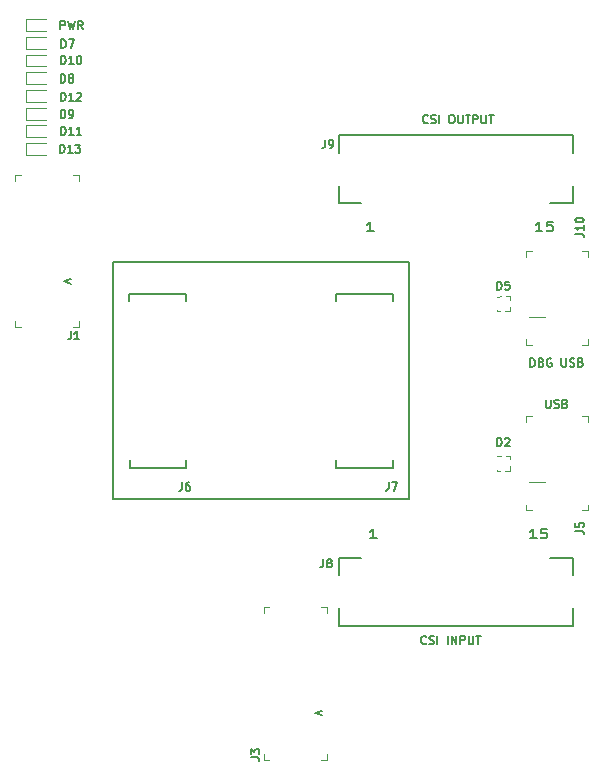
<source format=gbr>
G04 #@! TF.GenerationSoftware,KiCad,Pcbnew,5.1.4+dfsg1-1~bpo9+1*
G04 #@! TF.CreationDate,2019-11-28T12:10:45+01:00*
G04 #@! TF.ProjectId,zglue-demo-board,7a676c75-652d-4646-956d-6f2d626f6172,rev?*
G04 #@! TF.SameCoordinates,Original*
G04 #@! TF.FileFunction,Legend,Top*
G04 #@! TF.FilePolarity,Positive*
%FSLAX46Y46*%
G04 Gerber Fmt 4.6, Leading zero omitted, Abs format (unit mm)*
G04 Created by KiCad (PCBNEW 5.1.4+dfsg1-1~bpo9+1) date 2019-11-28 12:10:45*
%MOMM*%
%LPD*%
G04 APERTURE LIST*
%ADD10C,0.150000*%
%ADD11C,0.200000*%
%ADD12C,0.120000*%
%ADD13C,0.100000*%
G04 APERTURE END LIST*
D10*
X39666666Y-54645000D02*
X39133333Y-54845000D01*
X39666666Y-55045000D01*
X60916666Y-91190000D02*
X60383333Y-91390000D01*
X60916666Y-91590000D01*
X79916666Y-64866666D02*
X79916666Y-65433333D01*
X79950000Y-65500000D01*
X79983333Y-65533333D01*
X80050000Y-65566666D01*
X80183333Y-65566666D01*
X80250000Y-65533333D01*
X80283333Y-65500000D01*
X80316666Y-65433333D01*
X80316666Y-64866666D01*
X80616666Y-65533333D02*
X80716666Y-65566666D01*
X80883333Y-65566666D01*
X80950000Y-65533333D01*
X80983333Y-65500000D01*
X81016666Y-65433333D01*
X81016666Y-65366666D01*
X80983333Y-65300000D01*
X80950000Y-65266666D01*
X80883333Y-65233333D01*
X80750000Y-65200000D01*
X80683333Y-65166666D01*
X80650000Y-65133333D01*
X80616666Y-65066666D01*
X80616666Y-65000000D01*
X80650000Y-64933333D01*
X80683333Y-64900000D01*
X80750000Y-64866666D01*
X80916666Y-64866666D01*
X81016666Y-64900000D01*
X81550000Y-65200000D02*
X81650000Y-65233333D01*
X81683333Y-65266666D01*
X81716666Y-65333333D01*
X81716666Y-65433333D01*
X81683333Y-65500000D01*
X81650000Y-65533333D01*
X81583333Y-65566666D01*
X81316666Y-65566666D01*
X81316666Y-64866666D01*
X81550000Y-64866666D01*
X81616666Y-64900000D01*
X81650000Y-64933333D01*
X81683333Y-65000000D01*
X81683333Y-65066666D01*
X81650000Y-65133333D01*
X81616666Y-65166666D01*
X81550000Y-65200000D01*
X81316666Y-65200000D01*
X78600000Y-62066666D02*
X78600000Y-61366666D01*
X78766666Y-61366666D01*
X78866666Y-61400000D01*
X78933333Y-61466666D01*
X78966666Y-61533333D01*
X79000000Y-61666666D01*
X79000000Y-61766666D01*
X78966666Y-61900000D01*
X78933333Y-61966666D01*
X78866666Y-62033333D01*
X78766666Y-62066666D01*
X78600000Y-62066666D01*
X79533333Y-61700000D02*
X79633333Y-61733333D01*
X79666666Y-61766666D01*
X79700000Y-61833333D01*
X79700000Y-61933333D01*
X79666666Y-62000000D01*
X79633333Y-62033333D01*
X79566666Y-62066666D01*
X79300000Y-62066666D01*
X79300000Y-61366666D01*
X79533333Y-61366666D01*
X79600000Y-61400000D01*
X79633333Y-61433333D01*
X79666666Y-61500000D01*
X79666666Y-61566666D01*
X79633333Y-61633333D01*
X79600000Y-61666666D01*
X79533333Y-61700000D01*
X79300000Y-61700000D01*
X80366666Y-61400000D02*
X80300000Y-61366666D01*
X80200000Y-61366666D01*
X80100000Y-61400000D01*
X80033333Y-61466666D01*
X80000000Y-61533333D01*
X79966666Y-61666666D01*
X79966666Y-61766666D01*
X80000000Y-61900000D01*
X80033333Y-61966666D01*
X80100000Y-62033333D01*
X80200000Y-62066666D01*
X80266666Y-62066666D01*
X80366666Y-62033333D01*
X80400000Y-62000000D01*
X80400000Y-61766666D01*
X80266666Y-61766666D01*
X81233333Y-61366666D02*
X81233333Y-61933333D01*
X81266666Y-62000000D01*
X81300000Y-62033333D01*
X81366666Y-62066666D01*
X81500000Y-62066666D01*
X81566666Y-62033333D01*
X81600000Y-62000000D01*
X81633333Y-61933333D01*
X81633333Y-61366666D01*
X81933333Y-62033333D02*
X82033333Y-62066666D01*
X82200000Y-62066666D01*
X82266666Y-62033333D01*
X82300000Y-62000000D01*
X82333333Y-61933333D01*
X82333333Y-61866666D01*
X82300000Y-61800000D01*
X82266666Y-61766666D01*
X82200000Y-61733333D01*
X82066666Y-61700000D01*
X82000000Y-61666666D01*
X81966666Y-61633333D01*
X81933333Y-61566666D01*
X81933333Y-61500000D01*
X81966666Y-61433333D01*
X82000000Y-61400000D01*
X82066666Y-61366666D01*
X82233333Y-61366666D01*
X82333333Y-61400000D01*
X82866666Y-61700000D02*
X82966666Y-61733333D01*
X83000000Y-61766666D01*
X83033333Y-61833333D01*
X83033333Y-61933333D01*
X83000000Y-62000000D01*
X82966666Y-62033333D01*
X82900000Y-62066666D01*
X82633333Y-62066666D01*
X82633333Y-61366666D01*
X82866666Y-61366666D01*
X82933333Y-61400000D01*
X82966666Y-61433333D01*
X83000000Y-61500000D01*
X83000000Y-61566666D01*
X82966666Y-61633333D01*
X82933333Y-61666666D01*
X82866666Y-61700000D01*
X82633333Y-61700000D01*
X69916666Y-41400000D02*
X69883333Y-41433333D01*
X69783333Y-41466666D01*
X69716666Y-41466666D01*
X69616666Y-41433333D01*
X69550000Y-41366666D01*
X69516666Y-41300000D01*
X69483333Y-41166666D01*
X69483333Y-41066666D01*
X69516666Y-40933333D01*
X69550000Y-40866666D01*
X69616666Y-40800000D01*
X69716666Y-40766666D01*
X69783333Y-40766666D01*
X69883333Y-40800000D01*
X69916666Y-40833333D01*
X70183333Y-41433333D02*
X70283333Y-41466666D01*
X70450000Y-41466666D01*
X70516666Y-41433333D01*
X70550000Y-41400000D01*
X70583333Y-41333333D01*
X70583333Y-41266666D01*
X70550000Y-41200000D01*
X70516666Y-41166666D01*
X70450000Y-41133333D01*
X70316666Y-41100000D01*
X70250000Y-41066666D01*
X70216666Y-41033333D01*
X70183333Y-40966666D01*
X70183333Y-40900000D01*
X70216666Y-40833333D01*
X70250000Y-40800000D01*
X70316666Y-40766666D01*
X70483333Y-40766666D01*
X70583333Y-40800000D01*
X70883333Y-41466666D02*
X70883333Y-40766666D01*
X71883333Y-40766666D02*
X72016666Y-40766666D01*
X72083333Y-40800000D01*
X72150000Y-40866666D01*
X72183333Y-41000000D01*
X72183333Y-41233333D01*
X72150000Y-41366666D01*
X72083333Y-41433333D01*
X72016666Y-41466666D01*
X71883333Y-41466666D01*
X71816666Y-41433333D01*
X71750000Y-41366666D01*
X71716666Y-41233333D01*
X71716666Y-41000000D01*
X71750000Y-40866666D01*
X71816666Y-40800000D01*
X71883333Y-40766666D01*
X72483333Y-40766666D02*
X72483333Y-41333333D01*
X72516666Y-41400000D01*
X72550000Y-41433333D01*
X72616666Y-41466666D01*
X72750000Y-41466666D01*
X72816666Y-41433333D01*
X72850000Y-41400000D01*
X72883333Y-41333333D01*
X72883333Y-40766666D01*
X73116666Y-40766666D02*
X73516666Y-40766666D01*
X73316666Y-41466666D02*
X73316666Y-40766666D01*
X73750000Y-41466666D02*
X73750000Y-40766666D01*
X74016666Y-40766666D01*
X74083333Y-40800000D01*
X74116666Y-40833333D01*
X74150000Y-40900000D01*
X74150000Y-41000000D01*
X74116666Y-41066666D01*
X74083333Y-41100000D01*
X74016666Y-41133333D01*
X73750000Y-41133333D01*
X74450000Y-40766666D02*
X74450000Y-41333333D01*
X74483333Y-41400000D01*
X74516666Y-41433333D01*
X74583333Y-41466666D01*
X74716666Y-41466666D01*
X74783333Y-41433333D01*
X74816666Y-41400000D01*
X74850000Y-41333333D01*
X74850000Y-40766666D01*
X75083333Y-40766666D02*
X75483333Y-40766666D01*
X75283333Y-41466666D02*
X75283333Y-40766666D01*
X69766666Y-85500000D02*
X69733333Y-85533333D01*
X69633333Y-85566666D01*
X69566666Y-85566666D01*
X69466666Y-85533333D01*
X69399999Y-85466666D01*
X69366666Y-85400000D01*
X69333333Y-85266666D01*
X69333333Y-85166666D01*
X69366666Y-85033333D01*
X69399999Y-84966666D01*
X69466666Y-84900000D01*
X69566666Y-84866666D01*
X69633333Y-84866666D01*
X69733333Y-84900000D01*
X69766666Y-84933333D01*
X70033333Y-85533333D02*
X70133333Y-85566666D01*
X70299999Y-85566666D01*
X70366666Y-85533333D01*
X70399999Y-85500000D01*
X70433333Y-85433333D01*
X70433333Y-85366666D01*
X70399999Y-85300000D01*
X70366666Y-85266666D01*
X70299999Y-85233333D01*
X70166666Y-85200000D01*
X70099999Y-85166666D01*
X70066666Y-85133333D01*
X70033333Y-85066666D01*
X70033333Y-85000000D01*
X70066666Y-84933333D01*
X70099999Y-84900000D01*
X70166666Y-84866666D01*
X70333333Y-84866666D01*
X70433333Y-84900000D01*
X70733333Y-85566666D02*
X70733333Y-84866666D01*
X71599999Y-85566666D02*
X71599999Y-84866666D01*
X71933333Y-85566666D02*
X71933333Y-84866666D01*
X72333333Y-85566666D01*
X72333333Y-84866666D01*
X72666666Y-85566666D02*
X72666666Y-84866666D01*
X72933333Y-84866666D01*
X72999999Y-84900000D01*
X73033333Y-84933333D01*
X73066666Y-85000000D01*
X73066666Y-85100000D01*
X73033333Y-85166666D01*
X72999999Y-85200000D01*
X72933333Y-85233333D01*
X72666666Y-85233333D01*
X73366666Y-84866666D02*
X73366666Y-85433333D01*
X73399999Y-85500000D01*
X73433333Y-85533333D01*
X73499999Y-85566666D01*
X73633333Y-85566666D01*
X73699999Y-85533333D01*
X73733333Y-85500000D01*
X73766666Y-85433333D01*
X73766666Y-84866666D01*
X73999999Y-84866666D02*
X74399999Y-84866666D01*
X74199999Y-85566666D02*
X74199999Y-84866666D01*
D11*
X68300000Y-53250000D02*
X68300000Y-73250000D01*
X43300000Y-53250000D02*
X43300000Y-73250000D01*
X43300000Y-73250000D02*
X68300000Y-73250000D01*
X43300000Y-53250000D02*
X68300000Y-53250000D01*
D12*
X35900000Y-39650000D02*
X37600000Y-39650000D01*
X35900000Y-38850000D02*
X35900000Y-39650000D01*
X35900000Y-38650000D02*
X35900000Y-38850000D01*
X36000000Y-38650000D02*
X35900000Y-38650000D01*
X36100000Y-38650000D02*
X36000000Y-38650000D01*
X36100000Y-38650000D02*
X37600000Y-38650000D01*
D13*
X56010000Y-82450000D02*
X56010000Y-82950000D01*
X56010000Y-82450000D02*
X56510000Y-82450000D01*
X56010000Y-95350000D02*
X56010000Y-94850000D01*
X56010000Y-95350000D02*
X56510000Y-95350000D01*
X61410000Y-95350000D02*
X61410000Y-94850000D01*
X61410000Y-95350000D02*
X60910000Y-95350000D01*
X61410000Y-82450000D02*
X61410000Y-82950000D01*
X61410000Y-82450000D02*
X60910000Y-82450000D01*
X34960000Y-45820000D02*
X34960000Y-46320000D01*
X34960000Y-45820000D02*
X35460000Y-45820000D01*
X34960000Y-58720000D02*
X34960000Y-58220000D01*
X34960000Y-58720000D02*
X35460000Y-58720000D01*
X40360000Y-58720000D02*
X40360000Y-58220000D01*
X40360000Y-58720000D02*
X39860000Y-58720000D01*
X40360000Y-45820000D02*
X40360000Y-46320000D01*
X40360000Y-45820000D02*
X39860000Y-45820000D01*
D10*
X80300000Y-48250000D02*
X82175000Y-48250000D01*
X64300000Y-48250000D02*
X62425000Y-48250000D01*
X82175000Y-48250000D02*
X82175000Y-46750000D01*
X62425000Y-48250000D02*
X62425000Y-46750000D01*
X82175000Y-42450000D02*
X62425000Y-42450000D01*
X82175000Y-44000000D02*
X82175000Y-42450000D01*
X62425000Y-44000000D02*
X62425000Y-42450000D01*
D12*
X36100000Y-40150000D02*
X37600000Y-40150000D01*
X36100000Y-40150000D02*
X36000000Y-40150000D01*
X36000000Y-40150000D02*
X35900000Y-40150000D01*
X35900000Y-40150000D02*
X35900000Y-40350000D01*
X35900000Y-40350000D02*
X35900000Y-41150000D01*
X35900000Y-41150000D02*
X37600000Y-41150000D01*
X36100000Y-43150000D02*
X37600000Y-43150000D01*
X36100000Y-43150000D02*
X36000000Y-43150000D01*
X36000000Y-43150000D02*
X35900000Y-43150000D01*
X35900000Y-43150000D02*
X35900000Y-43350000D01*
X35900000Y-43350000D02*
X35900000Y-44150000D01*
X35900000Y-44150000D02*
X37600000Y-44150000D01*
X35900000Y-36650000D02*
X37600000Y-36650000D01*
X35900000Y-35850000D02*
X35900000Y-36650000D01*
X35900000Y-35650000D02*
X35900000Y-35850000D01*
X36000000Y-35650000D02*
X35900000Y-35650000D01*
X36100000Y-35650000D02*
X36000000Y-35650000D01*
X36100000Y-35650000D02*
X37600000Y-35650000D01*
X36100000Y-37150000D02*
X37600000Y-37150000D01*
X36100000Y-37150000D02*
X36000000Y-37150000D01*
X36000000Y-37150000D02*
X35900000Y-37150000D01*
X35900000Y-37150000D02*
X35900000Y-37350000D01*
X35900000Y-37350000D02*
X35900000Y-38150000D01*
X35900000Y-38150000D02*
X37600000Y-38150000D01*
X35900000Y-35150000D02*
X37600000Y-35150000D01*
X35900000Y-34350000D02*
X35900000Y-35150000D01*
X35900000Y-34150000D02*
X35900000Y-34350000D01*
X36000000Y-34150000D02*
X35900000Y-34150000D01*
X36100000Y-34150000D02*
X36000000Y-34150000D01*
X36100000Y-34150000D02*
X37600000Y-34150000D01*
X36100000Y-41650000D02*
X37600000Y-41650000D01*
X36100000Y-41650000D02*
X36000000Y-41650000D01*
X36000000Y-41650000D02*
X35900000Y-41650000D01*
X35900000Y-41650000D02*
X35900000Y-41850000D01*
X35900000Y-41850000D02*
X35900000Y-42650000D01*
X35900000Y-42650000D02*
X37600000Y-42650000D01*
X36100000Y-32650000D02*
X37600000Y-32650000D01*
X36100000Y-32650000D02*
X36000000Y-32650000D01*
X36000000Y-32650000D02*
X35900000Y-32650000D01*
X35900000Y-32650000D02*
X35900000Y-32850000D01*
X35900000Y-32850000D02*
X35900000Y-33650000D01*
X35900000Y-33650000D02*
X37600000Y-33650000D01*
D10*
X64300000Y-78250000D02*
X62425000Y-78250000D01*
X80300000Y-78250000D02*
X82175000Y-78250000D01*
X62425000Y-78250000D02*
X62425000Y-79750000D01*
X82175000Y-78250000D02*
X82175000Y-79750000D01*
X62425000Y-84050000D02*
X82175000Y-84050000D01*
X62425000Y-82500000D02*
X62425000Y-84050000D01*
X82175000Y-82500000D02*
X82175000Y-84050000D01*
D13*
X76025000Y-56100000D02*
X76150000Y-56100000D01*
X76025000Y-56100000D02*
X75925000Y-56175000D01*
X75925000Y-56175000D02*
X75775000Y-56175000D01*
X76850000Y-56425000D02*
X76850000Y-56100000D01*
X76850000Y-56100000D02*
X76575000Y-56100000D01*
X76025000Y-57400000D02*
X75750000Y-57400000D01*
X75750000Y-57400000D02*
X75750000Y-57300000D01*
X76850000Y-57000000D02*
X76850000Y-57400000D01*
X76850000Y-57400000D02*
X76475000Y-57400000D01*
D10*
X44657000Y-56524980D02*
X44657000Y-55924980D01*
X44657000Y-55924980D02*
X49457000Y-55924980D01*
X49457000Y-70011380D02*
X49457000Y-70611380D01*
X44667000Y-70614980D02*
X44667000Y-70014980D01*
X49447000Y-70614980D02*
X44667000Y-70614980D01*
X49457000Y-55924980D02*
X49457000Y-56524980D01*
X62157000Y-56524980D02*
X62157000Y-55924980D01*
X62157000Y-55924980D02*
X66957000Y-55924980D01*
X66957000Y-70011380D02*
X66957000Y-70611380D01*
X62167000Y-70614980D02*
X62167000Y-70014980D01*
X66947000Y-70614980D02*
X62167000Y-70614980D01*
X66957000Y-55924980D02*
X66957000Y-56524980D01*
D13*
X76025000Y-69600000D02*
X76150000Y-69600000D01*
X76025000Y-69600000D02*
X75925000Y-69675000D01*
X75925000Y-69675000D02*
X75775000Y-69675000D01*
X76850000Y-69925000D02*
X76850000Y-69600000D01*
X76850000Y-69600000D02*
X76575000Y-69600000D01*
X76025000Y-70900000D02*
X75750000Y-70900000D01*
X75750000Y-70900000D02*
X75750000Y-70800000D01*
X76850000Y-70500000D02*
X76850000Y-70900000D01*
X76850000Y-70900000D02*
X76475000Y-70900000D01*
X78250000Y-74250000D02*
X78750000Y-74250000D01*
X78250000Y-74250000D02*
X78250000Y-73750000D01*
X83500000Y-74250000D02*
X82950000Y-74250000D01*
X83500000Y-74250000D02*
X83500000Y-73750000D01*
X78500000Y-71850000D02*
X79800000Y-71850000D01*
X78250000Y-66250000D02*
X78750000Y-66250000D01*
X78250000Y-66250000D02*
X78250000Y-66750000D01*
X83500000Y-66250000D02*
X83000000Y-66250000D01*
X83500000Y-66250000D02*
X83500000Y-66750000D01*
X83500000Y-52250000D02*
X83500000Y-52750000D01*
X83500000Y-52250000D02*
X83000000Y-52250000D01*
X78250000Y-52250000D02*
X78250000Y-52750000D01*
X78250000Y-52250000D02*
X78750000Y-52250000D01*
X78500000Y-57850000D02*
X79800000Y-57850000D01*
X83500000Y-60250000D02*
X83500000Y-59750000D01*
X83500000Y-60250000D02*
X82950000Y-60250000D01*
X78250000Y-60250000D02*
X78250000Y-59750000D01*
X78250000Y-60250000D02*
X78750000Y-60250000D01*
D10*
X38850000Y-39566666D02*
X38850000Y-38866666D01*
X39016666Y-38866666D01*
X39116666Y-38900000D01*
X39183333Y-38966666D01*
X39216666Y-39033333D01*
X39250000Y-39166666D01*
X39250000Y-39266666D01*
X39216666Y-39400000D01*
X39183333Y-39466666D01*
X39116666Y-39533333D01*
X39016666Y-39566666D01*
X38850000Y-39566666D01*
X39916666Y-39566666D02*
X39516666Y-39566666D01*
X39716666Y-39566666D02*
X39716666Y-38866666D01*
X39650000Y-38966666D01*
X39583333Y-39033333D01*
X39516666Y-39066666D01*
X40183333Y-38933333D02*
X40216666Y-38900000D01*
X40283333Y-38866666D01*
X40450000Y-38866666D01*
X40516666Y-38900000D01*
X40550000Y-38933333D01*
X40583333Y-39000000D01*
X40583333Y-39066666D01*
X40550000Y-39166666D01*
X40150000Y-39566666D01*
X40583333Y-39566666D01*
X54956666Y-95153333D02*
X55456666Y-95153333D01*
X55556666Y-95186666D01*
X55623333Y-95253333D01*
X55656666Y-95353333D01*
X55656666Y-95420000D01*
X54956666Y-94886666D02*
X54956666Y-94453333D01*
X55223333Y-94686666D01*
X55223333Y-94586666D01*
X55256666Y-94520000D01*
X55290000Y-94486666D01*
X55356666Y-94453333D01*
X55523333Y-94453333D01*
X55590000Y-94486666D01*
X55623333Y-94520000D01*
X55656666Y-94586666D01*
X55656666Y-94786666D01*
X55623333Y-94853333D01*
X55590000Y-94886666D01*
X39696666Y-59066666D02*
X39696666Y-59566666D01*
X39663333Y-59666666D01*
X39596666Y-59733333D01*
X39496666Y-59766666D01*
X39430000Y-59766666D01*
X40396666Y-59766666D02*
X39996666Y-59766666D01*
X40196666Y-59766666D02*
X40196666Y-59066666D01*
X40130000Y-59166666D01*
X40063333Y-59233333D01*
X39996666Y-59266666D01*
X61226666Y-42846666D02*
X61226666Y-43346666D01*
X61193333Y-43446666D01*
X61126666Y-43513333D01*
X61026666Y-43546666D01*
X60960000Y-43546666D01*
X61593333Y-43546666D02*
X61726666Y-43546666D01*
X61793333Y-43513333D01*
X61826666Y-43480000D01*
X61893333Y-43380000D01*
X61926666Y-43246666D01*
X61926666Y-42980000D01*
X61893333Y-42913333D01*
X61860000Y-42880000D01*
X61793333Y-42846666D01*
X61660000Y-42846666D01*
X61593333Y-42880000D01*
X61560000Y-42913333D01*
X61526666Y-42980000D01*
X61526666Y-43146666D01*
X61560000Y-43213333D01*
X61593333Y-43246666D01*
X61660000Y-43280000D01*
X61793333Y-43280000D01*
X61860000Y-43246666D01*
X61893333Y-43213333D01*
X61926666Y-43146666D01*
D11*
X65321428Y-50611904D02*
X64778571Y-50611904D01*
X65050000Y-50611904D02*
X65050000Y-49811904D01*
X64959523Y-49926190D01*
X64869047Y-50002380D01*
X64778571Y-50040476D01*
X79619047Y-50611904D02*
X79076190Y-50611904D01*
X79347619Y-50611904D02*
X79347619Y-49811904D01*
X79257142Y-49926190D01*
X79166666Y-50002380D01*
X79076190Y-50040476D01*
X80478571Y-49811904D02*
X80026190Y-49811904D01*
X79980952Y-50192857D01*
X80026190Y-50154761D01*
X80116666Y-50116666D01*
X80342857Y-50116666D01*
X80433333Y-50154761D01*
X80478571Y-50192857D01*
X80523809Y-50269047D01*
X80523809Y-50459523D01*
X80478571Y-50535714D01*
X80433333Y-50573809D01*
X80342857Y-50611904D01*
X80116666Y-50611904D01*
X80026190Y-50573809D01*
X79980952Y-50535714D01*
D10*
X38833333Y-41016666D02*
X38833333Y-40316666D01*
X39000000Y-40316666D01*
X39100000Y-40350000D01*
X39166666Y-40416666D01*
X39200000Y-40483333D01*
X39233333Y-40616666D01*
X39233333Y-40716666D01*
X39200000Y-40850000D01*
X39166666Y-40916666D01*
X39100000Y-40983333D01*
X39000000Y-41016666D01*
X38833333Y-41016666D01*
X39566666Y-41016666D02*
X39700000Y-41016666D01*
X39766666Y-40983333D01*
X39800000Y-40950000D01*
X39866666Y-40850000D01*
X39900000Y-40716666D01*
X39900000Y-40450000D01*
X39866666Y-40383333D01*
X39833333Y-40350000D01*
X39766666Y-40316666D01*
X39633333Y-40316666D01*
X39566666Y-40350000D01*
X39533333Y-40383333D01*
X39500000Y-40450000D01*
X39500000Y-40616666D01*
X39533333Y-40683333D01*
X39566666Y-40716666D01*
X39633333Y-40750000D01*
X39766666Y-40750000D01*
X39833333Y-40716666D01*
X39866666Y-40683333D01*
X39900000Y-40616666D01*
X38770000Y-43966666D02*
X38770000Y-43266666D01*
X38936666Y-43266666D01*
X39036666Y-43300000D01*
X39103333Y-43366666D01*
X39136666Y-43433333D01*
X39170000Y-43566666D01*
X39170000Y-43666666D01*
X39136666Y-43800000D01*
X39103333Y-43866666D01*
X39036666Y-43933333D01*
X38936666Y-43966666D01*
X38770000Y-43966666D01*
X39836666Y-43966666D02*
X39436666Y-43966666D01*
X39636666Y-43966666D02*
X39636666Y-43266666D01*
X39570000Y-43366666D01*
X39503333Y-43433333D01*
X39436666Y-43466666D01*
X40070000Y-43266666D02*
X40503333Y-43266666D01*
X40270000Y-43533333D01*
X40370000Y-43533333D01*
X40436666Y-43566666D01*
X40470000Y-43600000D01*
X40503333Y-43666666D01*
X40503333Y-43833333D01*
X40470000Y-43900000D01*
X40436666Y-43933333D01*
X40370000Y-43966666D01*
X40170000Y-43966666D01*
X40103333Y-43933333D01*
X40070000Y-43900000D01*
X38850000Y-36466666D02*
X38850000Y-35766666D01*
X39016666Y-35766666D01*
X39116666Y-35800000D01*
X39183333Y-35866666D01*
X39216666Y-35933333D01*
X39250000Y-36066666D01*
X39250000Y-36166666D01*
X39216666Y-36300000D01*
X39183333Y-36366666D01*
X39116666Y-36433333D01*
X39016666Y-36466666D01*
X38850000Y-36466666D01*
X39916666Y-36466666D02*
X39516666Y-36466666D01*
X39716666Y-36466666D02*
X39716666Y-35766666D01*
X39650000Y-35866666D01*
X39583333Y-35933333D01*
X39516666Y-35966666D01*
X40350000Y-35766666D02*
X40416666Y-35766666D01*
X40483333Y-35800000D01*
X40516666Y-35833333D01*
X40550000Y-35900000D01*
X40583333Y-36033333D01*
X40583333Y-36200000D01*
X40550000Y-36333333D01*
X40516666Y-36400000D01*
X40483333Y-36433333D01*
X40416666Y-36466666D01*
X40350000Y-36466666D01*
X40283333Y-36433333D01*
X40250000Y-36400000D01*
X40216666Y-36333333D01*
X40183333Y-36200000D01*
X40183333Y-36033333D01*
X40216666Y-35900000D01*
X40250000Y-35833333D01*
X40283333Y-35800000D01*
X40350000Y-35766666D01*
X38833333Y-38016666D02*
X38833333Y-37316666D01*
X39000000Y-37316666D01*
X39100000Y-37350000D01*
X39166666Y-37416666D01*
X39200000Y-37483333D01*
X39233333Y-37616666D01*
X39233333Y-37716666D01*
X39200000Y-37850000D01*
X39166666Y-37916666D01*
X39100000Y-37983333D01*
X39000000Y-38016666D01*
X38833333Y-38016666D01*
X39633333Y-37616666D02*
X39566666Y-37583333D01*
X39533333Y-37550000D01*
X39500000Y-37483333D01*
X39500000Y-37450000D01*
X39533333Y-37383333D01*
X39566666Y-37350000D01*
X39633333Y-37316666D01*
X39766666Y-37316666D01*
X39833333Y-37350000D01*
X39866666Y-37383333D01*
X39900000Y-37450000D01*
X39900000Y-37483333D01*
X39866666Y-37550000D01*
X39833333Y-37583333D01*
X39766666Y-37616666D01*
X39633333Y-37616666D01*
X39566666Y-37650000D01*
X39533333Y-37683333D01*
X39500000Y-37750000D01*
X39500000Y-37883333D01*
X39533333Y-37950000D01*
X39566666Y-37983333D01*
X39633333Y-38016666D01*
X39766666Y-38016666D01*
X39833333Y-37983333D01*
X39866666Y-37950000D01*
X39900000Y-37883333D01*
X39900000Y-37750000D01*
X39866666Y-37683333D01*
X39833333Y-37650000D01*
X39766666Y-37616666D01*
X38883333Y-35066666D02*
X38883333Y-34366666D01*
X39050000Y-34366666D01*
X39150000Y-34400000D01*
X39216666Y-34466666D01*
X39250000Y-34533333D01*
X39283333Y-34666666D01*
X39283333Y-34766666D01*
X39250000Y-34900000D01*
X39216666Y-34966666D01*
X39150000Y-35033333D01*
X39050000Y-35066666D01*
X38883333Y-35066666D01*
X39516666Y-34366666D02*
X39983333Y-34366666D01*
X39683333Y-35066666D01*
X38850000Y-42466666D02*
X38850000Y-41766666D01*
X39016666Y-41766666D01*
X39116666Y-41800000D01*
X39183333Y-41866666D01*
X39216666Y-41933333D01*
X39250000Y-42066666D01*
X39250000Y-42166666D01*
X39216666Y-42300000D01*
X39183333Y-42366666D01*
X39116666Y-42433333D01*
X39016666Y-42466666D01*
X38850000Y-42466666D01*
X39916666Y-42466666D02*
X39516666Y-42466666D01*
X39716666Y-42466666D02*
X39716666Y-41766666D01*
X39650000Y-41866666D01*
X39583333Y-41933333D01*
X39516666Y-41966666D01*
X40583333Y-42466666D02*
X40183333Y-42466666D01*
X40383333Y-42466666D02*
X40383333Y-41766666D01*
X40316666Y-41866666D01*
X40250000Y-41933333D01*
X40183333Y-41966666D01*
X38806666Y-33506666D02*
X38806666Y-32806666D01*
X39073333Y-32806666D01*
X39140000Y-32840000D01*
X39173333Y-32873333D01*
X39206666Y-32940000D01*
X39206666Y-33040000D01*
X39173333Y-33106666D01*
X39140000Y-33140000D01*
X39073333Y-33173333D01*
X38806666Y-33173333D01*
X39440000Y-32806666D02*
X39606666Y-33506666D01*
X39740000Y-33006666D01*
X39873333Y-33506666D01*
X40040000Y-32806666D01*
X40706666Y-33506666D02*
X40473333Y-33173333D01*
X40306666Y-33506666D02*
X40306666Y-32806666D01*
X40573333Y-32806666D01*
X40640000Y-32840000D01*
X40673333Y-32873333D01*
X40706666Y-32940000D01*
X40706666Y-33040000D01*
X40673333Y-33106666D01*
X40640000Y-33140000D01*
X40573333Y-33173333D01*
X40306666Y-33173333D01*
X61066666Y-78366666D02*
X61066666Y-78866666D01*
X61033333Y-78966666D01*
X60966666Y-79033333D01*
X60866666Y-79066666D01*
X60800000Y-79066666D01*
X61500000Y-78666666D02*
X61433333Y-78633333D01*
X61400000Y-78600000D01*
X61366666Y-78533333D01*
X61366666Y-78500000D01*
X61400000Y-78433333D01*
X61433333Y-78400000D01*
X61500000Y-78366666D01*
X61633333Y-78366666D01*
X61700000Y-78400000D01*
X61733333Y-78433333D01*
X61766666Y-78500000D01*
X61766666Y-78533333D01*
X61733333Y-78600000D01*
X61700000Y-78633333D01*
X61633333Y-78666666D01*
X61500000Y-78666666D01*
X61433333Y-78700000D01*
X61400000Y-78733333D01*
X61366666Y-78800000D01*
X61366666Y-78933333D01*
X61400000Y-79000000D01*
X61433333Y-79033333D01*
X61500000Y-79066666D01*
X61633333Y-79066666D01*
X61700000Y-79033333D01*
X61733333Y-79000000D01*
X61766666Y-78933333D01*
X61766666Y-78800000D01*
X61733333Y-78733333D01*
X61700000Y-78700000D01*
X61633333Y-78666666D01*
D11*
X65571428Y-76611904D02*
X65028571Y-76611904D01*
X65300000Y-76611904D02*
X65300000Y-75811904D01*
X65209523Y-75926190D01*
X65119047Y-76002380D01*
X65028571Y-76040476D01*
X79119047Y-76611904D02*
X78576190Y-76611904D01*
X78847619Y-76611904D02*
X78847619Y-75811904D01*
X78757142Y-75926190D01*
X78666666Y-76002380D01*
X78576190Y-76040476D01*
X79978571Y-75811904D02*
X79526190Y-75811904D01*
X79480952Y-76192857D01*
X79526190Y-76154761D01*
X79616666Y-76116666D01*
X79842857Y-76116666D01*
X79933333Y-76154761D01*
X79978571Y-76192857D01*
X80023809Y-76269047D01*
X80023809Y-76459523D01*
X79978571Y-76535714D01*
X79933333Y-76573809D01*
X79842857Y-76611904D01*
X79616666Y-76611904D01*
X79526190Y-76573809D01*
X79480952Y-76535714D01*
D10*
X75783333Y-55566666D02*
X75783333Y-54866666D01*
X75950000Y-54866666D01*
X76050000Y-54900000D01*
X76116666Y-54966666D01*
X76150000Y-55033333D01*
X76183333Y-55166666D01*
X76183333Y-55266666D01*
X76150000Y-55400000D01*
X76116666Y-55466666D01*
X76050000Y-55533333D01*
X75950000Y-55566666D01*
X75783333Y-55566666D01*
X76816666Y-54866666D02*
X76483333Y-54866666D01*
X76450000Y-55200000D01*
X76483333Y-55166666D01*
X76550000Y-55133333D01*
X76716666Y-55133333D01*
X76783333Y-55166666D01*
X76816666Y-55200000D01*
X76850000Y-55266666D01*
X76850000Y-55433333D01*
X76816666Y-55500000D01*
X76783333Y-55533333D01*
X76716666Y-55566666D01*
X76550000Y-55566666D01*
X76483333Y-55533333D01*
X76450000Y-55500000D01*
X49099466Y-71866666D02*
X49099466Y-72366666D01*
X49066133Y-72466666D01*
X48999466Y-72533333D01*
X48899466Y-72566666D01*
X48832800Y-72566666D01*
X49732800Y-71866666D02*
X49599466Y-71866666D01*
X49532800Y-71900000D01*
X49499466Y-71933333D01*
X49432800Y-72033333D01*
X49399466Y-72166666D01*
X49399466Y-72433333D01*
X49432800Y-72500000D01*
X49466133Y-72533333D01*
X49532800Y-72566666D01*
X49666133Y-72566666D01*
X49732800Y-72533333D01*
X49766133Y-72500000D01*
X49799466Y-72433333D01*
X49799466Y-72266666D01*
X49766133Y-72200000D01*
X49732800Y-72166666D01*
X49666133Y-72133333D01*
X49532800Y-72133333D01*
X49466133Y-72166666D01*
X49432800Y-72200000D01*
X49399466Y-72266666D01*
X66599466Y-71866666D02*
X66599466Y-72366666D01*
X66566133Y-72466666D01*
X66499466Y-72533333D01*
X66399466Y-72566666D01*
X66332800Y-72566666D01*
X66866133Y-71866666D02*
X67332800Y-71866666D01*
X67032800Y-72566666D01*
X75783333Y-68816666D02*
X75783333Y-68116666D01*
X75950000Y-68116666D01*
X76050000Y-68150000D01*
X76116666Y-68216666D01*
X76150000Y-68283333D01*
X76183333Y-68416666D01*
X76183333Y-68516666D01*
X76150000Y-68650000D01*
X76116666Y-68716666D01*
X76050000Y-68783333D01*
X75950000Y-68816666D01*
X75783333Y-68816666D01*
X76450000Y-68183333D02*
X76483333Y-68150000D01*
X76550000Y-68116666D01*
X76716666Y-68116666D01*
X76783333Y-68150000D01*
X76816666Y-68183333D01*
X76850000Y-68250000D01*
X76850000Y-68316666D01*
X76816666Y-68416666D01*
X76416666Y-68816666D01*
X76850000Y-68816666D01*
X82416666Y-75983333D02*
X82916666Y-75983333D01*
X83016666Y-76016666D01*
X83083333Y-76083333D01*
X83116666Y-76183333D01*
X83116666Y-76250000D01*
X82416666Y-75316666D02*
X82416666Y-75650000D01*
X82750000Y-75683333D01*
X82716666Y-75650000D01*
X82683333Y-75583333D01*
X82683333Y-75416666D01*
X82716666Y-75350000D01*
X82750000Y-75316666D01*
X82816666Y-75283333D01*
X82983333Y-75283333D01*
X83050000Y-75316666D01*
X83083333Y-75350000D01*
X83116666Y-75416666D01*
X83116666Y-75583333D01*
X83083333Y-75650000D01*
X83050000Y-75683333D01*
X82416666Y-50816666D02*
X82916666Y-50816666D01*
X83016666Y-50850000D01*
X83083333Y-50916666D01*
X83116666Y-51016666D01*
X83116666Y-51083333D01*
X83116666Y-50116666D02*
X83116666Y-50516666D01*
X83116666Y-50316666D02*
X82416666Y-50316666D01*
X82516666Y-50383333D01*
X82583333Y-50450000D01*
X82616666Y-50516666D01*
X82416666Y-49683333D02*
X82416666Y-49616666D01*
X82450000Y-49550000D01*
X82483333Y-49516666D01*
X82550000Y-49483333D01*
X82683333Y-49450000D01*
X82850000Y-49450000D01*
X82983333Y-49483333D01*
X83050000Y-49516666D01*
X83083333Y-49550000D01*
X83116666Y-49616666D01*
X83116666Y-49683333D01*
X83083333Y-49750000D01*
X83050000Y-49783333D01*
X82983333Y-49816666D01*
X82850000Y-49850000D01*
X82683333Y-49850000D01*
X82550000Y-49816666D01*
X82483333Y-49783333D01*
X82450000Y-49750000D01*
X82416666Y-49683333D01*
M02*

</source>
